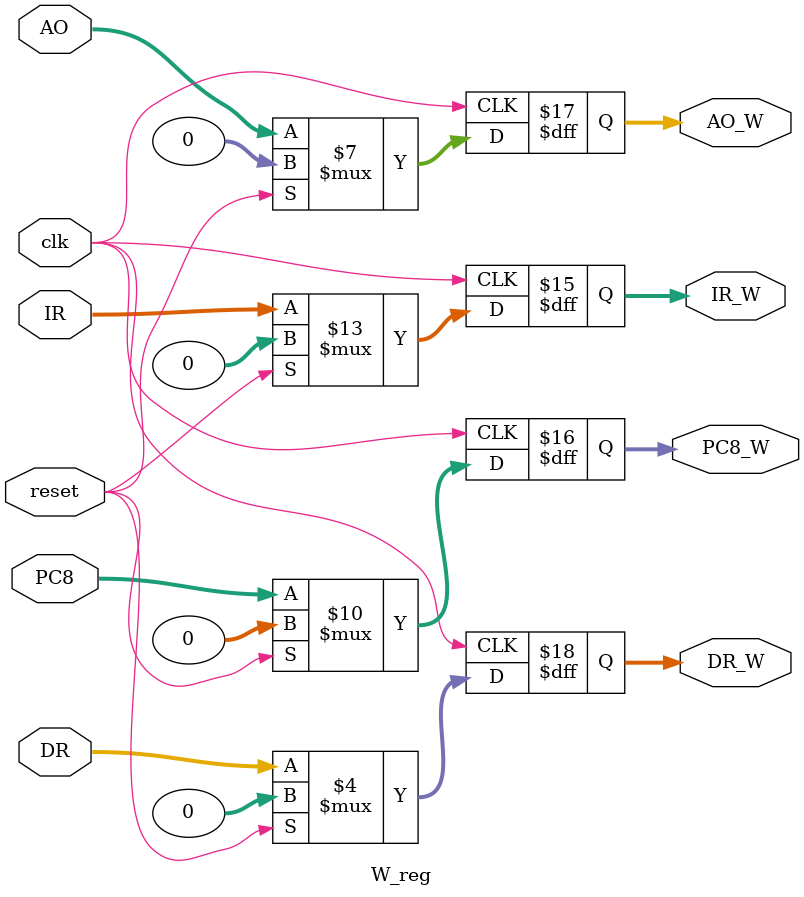
<source format=v>
`timescale 1ns / 1ps
module W_reg(
	input [31:0] IR,
	input [31:0] PC8,
	input [31:0] AO,
	input [31:0] DR,
	input clk,
	input reset,
	output reg [31:0] IR_W,
	output reg [31:0] PC8_W,
	output reg [31:0] AO_W,
	output reg [31:0] DR_W
    );
	 
	 initial begin
			IR_W=0;
			PC8_W=0;
			AO_W=0;
			DR_W=0;
	 end
	 
	 always @(posedge clk)begin
		if(reset)begin
			IR_W=0;
			PC8_W=0;
			AO_W=0;
			DR_W=0;
		end	
		
		else begin
			IR_W=IR;
			PC8_W=PC8;
			AO_W=AO;
			DR_W=DR;
		end
		
	 end

endmodule

</source>
